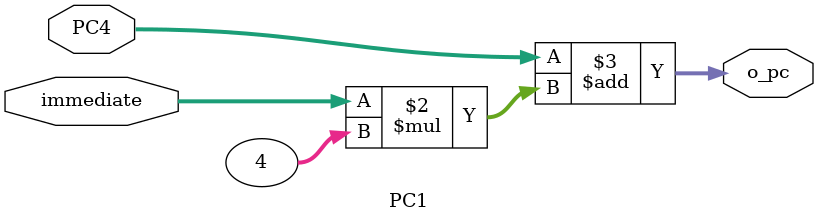
<source format=v>
`timescale 1ns / 1ps

module PC1(
    input [31:0] PC4,
    input [31:0] immediate,
    output reg [31:0] o_pc
    );
    always @(immediate or PC4) o_pc = PC4 + immediate * 4;
endmodule
</source>
